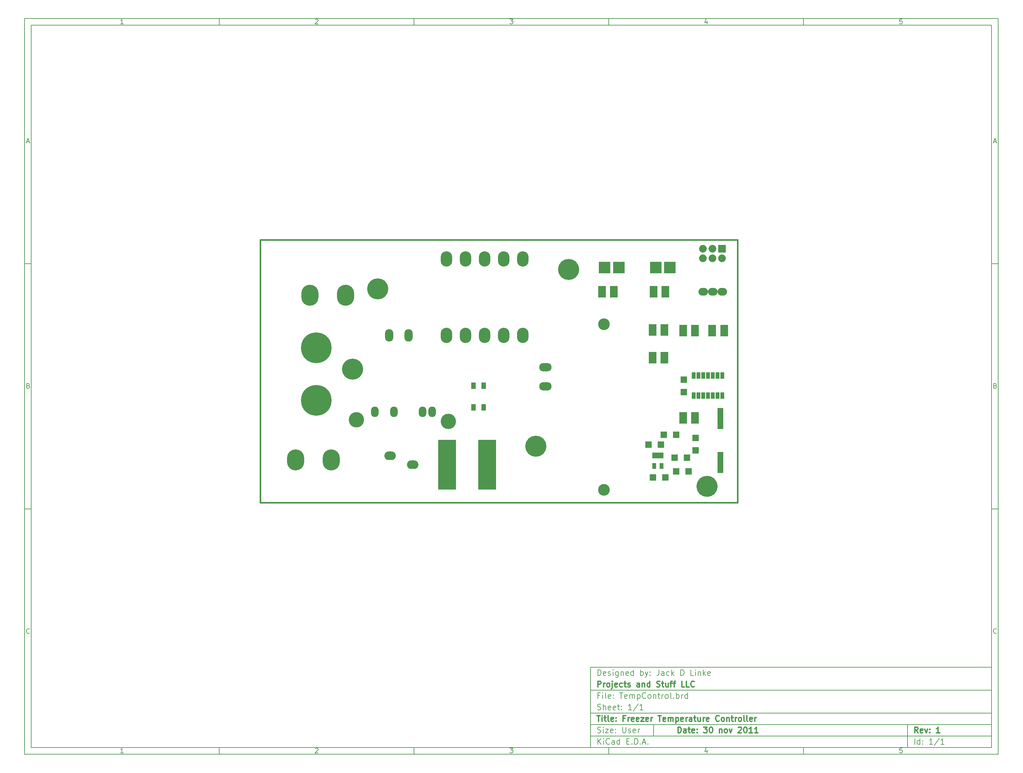
<source format=gts>
G04 (created by PCBNEW-RS274X (2011-07-08 BZR 3044)-stable) date 11/30/2011 10:21:35 PM*
G01*
G70*
G90*
%MOIN*%
G04 Gerber Fmt 3.4, Leading zero omitted, Abs format*
%FSLAX34Y34*%
G04 APERTURE LIST*
%ADD10C,0.006000*%
%ADD11C,0.012000*%
%ADD12C,0.015000*%
%ADD13C,0.220000*%
%ADD14R,0.040000X0.065000*%
%ADD15R,0.080000X0.080000*%
%ADD16C,0.080000*%
%ADD17R,0.043600X0.063300*%
%ADD18R,0.187300X0.520000*%
%ADD19C,0.122400*%
%ADD20R,0.069200X0.069200*%
%ADD21R,0.079100X0.118400*%
%ADD22O,0.120000X0.090000*%
%ADD23R,0.046000X0.070000*%
%ADD24O,0.120000X0.160000*%
%ADD25O,0.180000X0.220000*%
%ADD26O,0.086900X0.130200*%
%ADD27O,0.130200X0.086900*%
%ADD28R,0.059400X0.220000*%
%ADD29C,0.160000*%
%ADD30R,0.120000X0.120000*%
%ADD31O,0.080000X0.110000*%
%ADD32C,0.320000*%
%ADD33O,0.100000X0.080000*%
G04 APERTURE END LIST*
G54D10*
X04000Y-04000D02*
X106000Y-04000D01*
X106000Y-81000D01*
X04000Y-81000D01*
X04000Y-04000D01*
X04700Y-04700D02*
X105300Y-04700D01*
X105300Y-80300D01*
X04700Y-80300D01*
X04700Y-04700D01*
X24400Y-04000D02*
X24400Y-04700D01*
X14343Y-04552D02*
X14057Y-04552D01*
X14200Y-04552D02*
X14200Y-04052D01*
X14152Y-04124D01*
X14105Y-04171D01*
X14057Y-04195D01*
X24400Y-81000D02*
X24400Y-80300D01*
X14343Y-80852D02*
X14057Y-80852D01*
X14200Y-80852D02*
X14200Y-80352D01*
X14152Y-80424D01*
X14105Y-80471D01*
X14057Y-80495D01*
X44800Y-04000D02*
X44800Y-04700D01*
X34457Y-04100D02*
X34481Y-04076D01*
X34529Y-04052D01*
X34648Y-04052D01*
X34695Y-04076D01*
X34719Y-04100D01*
X34743Y-04148D01*
X34743Y-04195D01*
X34719Y-04267D01*
X34433Y-04552D01*
X34743Y-04552D01*
X44800Y-81000D02*
X44800Y-80300D01*
X34457Y-80400D02*
X34481Y-80376D01*
X34529Y-80352D01*
X34648Y-80352D01*
X34695Y-80376D01*
X34719Y-80400D01*
X34743Y-80448D01*
X34743Y-80495D01*
X34719Y-80567D01*
X34433Y-80852D01*
X34743Y-80852D01*
X65200Y-04000D02*
X65200Y-04700D01*
X54833Y-04052D02*
X55143Y-04052D01*
X54976Y-04243D01*
X55048Y-04243D01*
X55095Y-04267D01*
X55119Y-04290D01*
X55143Y-04338D01*
X55143Y-04457D01*
X55119Y-04505D01*
X55095Y-04529D01*
X55048Y-04552D01*
X54905Y-04552D01*
X54857Y-04529D01*
X54833Y-04505D01*
X65200Y-81000D02*
X65200Y-80300D01*
X54833Y-80352D02*
X55143Y-80352D01*
X54976Y-80543D01*
X55048Y-80543D01*
X55095Y-80567D01*
X55119Y-80590D01*
X55143Y-80638D01*
X55143Y-80757D01*
X55119Y-80805D01*
X55095Y-80829D01*
X55048Y-80852D01*
X54905Y-80852D01*
X54857Y-80829D01*
X54833Y-80805D01*
X85600Y-04000D02*
X85600Y-04700D01*
X75495Y-04219D02*
X75495Y-04552D01*
X75376Y-04029D02*
X75257Y-04386D01*
X75567Y-04386D01*
X85600Y-81000D02*
X85600Y-80300D01*
X75495Y-80519D02*
X75495Y-80852D01*
X75376Y-80329D02*
X75257Y-80686D01*
X75567Y-80686D01*
X95919Y-04052D02*
X95681Y-04052D01*
X95657Y-04290D01*
X95681Y-04267D01*
X95729Y-04243D01*
X95848Y-04243D01*
X95895Y-04267D01*
X95919Y-04290D01*
X95943Y-04338D01*
X95943Y-04457D01*
X95919Y-04505D01*
X95895Y-04529D01*
X95848Y-04552D01*
X95729Y-04552D01*
X95681Y-04529D01*
X95657Y-04505D01*
X95919Y-80352D02*
X95681Y-80352D01*
X95657Y-80590D01*
X95681Y-80567D01*
X95729Y-80543D01*
X95848Y-80543D01*
X95895Y-80567D01*
X95919Y-80590D01*
X95943Y-80638D01*
X95943Y-80757D01*
X95919Y-80805D01*
X95895Y-80829D01*
X95848Y-80852D01*
X95729Y-80852D01*
X95681Y-80829D01*
X95657Y-80805D01*
X04000Y-29660D02*
X04700Y-29660D01*
X04231Y-16890D02*
X04469Y-16890D01*
X04184Y-17032D02*
X04350Y-16532D01*
X04517Y-17032D01*
X106000Y-29660D02*
X105300Y-29660D01*
X105531Y-16890D02*
X105769Y-16890D01*
X105484Y-17032D02*
X105650Y-16532D01*
X105817Y-17032D01*
X04000Y-55320D02*
X04700Y-55320D01*
X04386Y-42430D02*
X04457Y-42454D01*
X04481Y-42478D01*
X04505Y-42526D01*
X04505Y-42597D01*
X04481Y-42645D01*
X04457Y-42669D01*
X04410Y-42692D01*
X04219Y-42692D01*
X04219Y-42192D01*
X04386Y-42192D01*
X04433Y-42216D01*
X04457Y-42240D01*
X04481Y-42288D01*
X04481Y-42335D01*
X04457Y-42383D01*
X04433Y-42407D01*
X04386Y-42430D01*
X04219Y-42430D01*
X106000Y-55320D02*
X105300Y-55320D01*
X105686Y-42430D02*
X105757Y-42454D01*
X105781Y-42478D01*
X105805Y-42526D01*
X105805Y-42597D01*
X105781Y-42645D01*
X105757Y-42669D01*
X105710Y-42692D01*
X105519Y-42692D01*
X105519Y-42192D01*
X105686Y-42192D01*
X105733Y-42216D01*
X105757Y-42240D01*
X105781Y-42288D01*
X105781Y-42335D01*
X105757Y-42383D01*
X105733Y-42407D01*
X105686Y-42430D01*
X105519Y-42430D01*
X04505Y-68305D02*
X04481Y-68329D01*
X04410Y-68352D01*
X04362Y-68352D01*
X04290Y-68329D01*
X04243Y-68281D01*
X04219Y-68233D01*
X04195Y-68138D01*
X04195Y-68067D01*
X04219Y-67971D01*
X04243Y-67924D01*
X04290Y-67876D01*
X04362Y-67852D01*
X04410Y-67852D01*
X04481Y-67876D01*
X04505Y-67900D01*
X105805Y-68305D02*
X105781Y-68329D01*
X105710Y-68352D01*
X105662Y-68352D01*
X105590Y-68329D01*
X105543Y-68281D01*
X105519Y-68233D01*
X105495Y-68138D01*
X105495Y-68067D01*
X105519Y-67971D01*
X105543Y-67924D01*
X105590Y-67876D01*
X105662Y-67852D01*
X105710Y-67852D01*
X105781Y-67876D01*
X105805Y-67900D01*
G54D11*
X72443Y-78743D02*
X72443Y-78143D01*
X72586Y-78143D01*
X72671Y-78171D01*
X72729Y-78229D01*
X72757Y-78286D01*
X72786Y-78400D01*
X72786Y-78486D01*
X72757Y-78600D01*
X72729Y-78657D01*
X72671Y-78714D01*
X72586Y-78743D01*
X72443Y-78743D01*
X73300Y-78743D02*
X73300Y-78429D01*
X73271Y-78371D01*
X73214Y-78343D01*
X73100Y-78343D01*
X73043Y-78371D01*
X73300Y-78714D02*
X73243Y-78743D01*
X73100Y-78743D01*
X73043Y-78714D01*
X73014Y-78657D01*
X73014Y-78600D01*
X73043Y-78543D01*
X73100Y-78514D01*
X73243Y-78514D01*
X73300Y-78486D01*
X73500Y-78343D02*
X73729Y-78343D01*
X73586Y-78143D02*
X73586Y-78657D01*
X73614Y-78714D01*
X73672Y-78743D01*
X73729Y-78743D01*
X74157Y-78714D02*
X74100Y-78743D01*
X73986Y-78743D01*
X73929Y-78714D01*
X73900Y-78657D01*
X73900Y-78429D01*
X73929Y-78371D01*
X73986Y-78343D01*
X74100Y-78343D01*
X74157Y-78371D01*
X74186Y-78429D01*
X74186Y-78486D01*
X73900Y-78543D01*
X74443Y-78686D02*
X74471Y-78714D01*
X74443Y-78743D01*
X74414Y-78714D01*
X74443Y-78686D01*
X74443Y-78743D01*
X74443Y-78371D02*
X74471Y-78400D01*
X74443Y-78429D01*
X74414Y-78400D01*
X74443Y-78371D01*
X74443Y-78429D01*
X75129Y-78143D02*
X75500Y-78143D01*
X75300Y-78371D01*
X75386Y-78371D01*
X75443Y-78400D01*
X75472Y-78429D01*
X75500Y-78486D01*
X75500Y-78629D01*
X75472Y-78686D01*
X75443Y-78714D01*
X75386Y-78743D01*
X75214Y-78743D01*
X75157Y-78714D01*
X75129Y-78686D01*
X75871Y-78143D02*
X75928Y-78143D01*
X75985Y-78171D01*
X76014Y-78200D01*
X76043Y-78257D01*
X76071Y-78371D01*
X76071Y-78514D01*
X76043Y-78629D01*
X76014Y-78686D01*
X75985Y-78714D01*
X75928Y-78743D01*
X75871Y-78743D01*
X75814Y-78714D01*
X75785Y-78686D01*
X75757Y-78629D01*
X75728Y-78514D01*
X75728Y-78371D01*
X75757Y-78257D01*
X75785Y-78200D01*
X75814Y-78171D01*
X75871Y-78143D01*
X76785Y-78343D02*
X76785Y-78743D01*
X76785Y-78400D02*
X76813Y-78371D01*
X76871Y-78343D01*
X76956Y-78343D01*
X77013Y-78371D01*
X77042Y-78429D01*
X77042Y-78743D01*
X77414Y-78743D02*
X77356Y-78714D01*
X77328Y-78686D01*
X77299Y-78629D01*
X77299Y-78457D01*
X77328Y-78400D01*
X77356Y-78371D01*
X77414Y-78343D01*
X77499Y-78343D01*
X77556Y-78371D01*
X77585Y-78400D01*
X77614Y-78457D01*
X77614Y-78629D01*
X77585Y-78686D01*
X77556Y-78714D01*
X77499Y-78743D01*
X77414Y-78743D01*
X77814Y-78343D02*
X77957Y-78743D01*
X78099Y-78343D01*
X78756Y-78200D02*
X78785Y-78171D01*
X78842Y-78143D01*
X78985Y-78143D01*
X79042Y-78171D01*
X79071Y-78200D01*
X79099Y-78257D01*
X79099Y-78314D01*
X79071Y-78400D01*
X78728Y-78743D01*
X79099Y-78743D01*
X79470Y-78143D02*
X79527Y-78143D01*
X79584Y-78171D01*
X79613Y-78200D01*
X79642Y-78257D01*
X79670Y-78371D01*
X79670Y-78514D01*
X79642Y-78629D01*
X79613Y-78686D01*
X79584Y-78714D01*
X79527Y-78743D01*
X79470Y-78743D01*
X79413Y-78714D01*
X79384Y-78686D01*
X79356Y-78629D01*
X79327Y-78514D01*
X79327Y-78371D01*
X79356Y-78257D01*
X79384Y-78200D01*
X79413Y-78171D01*
X79470Y-78143D01*
X80241Y-78743D02*
X79898Y-78743D01*
X80070Y-78743D02*
X80070Y-78143D01*
X80013Y-78229D01*
X79955Y-78286D01*
X79898Y-78314D01*
X80812Y-78743D02*
X80469Y-78743D01*
X80641Y-78743D02*
X80641Y-78143D01*
X80584Y-78229D01*
X80526Y-78286D01*
X80469Y-78314D01*
G54D10*
X64043Y-79943D02*
X64043Y-79343D01*
X64386Y-79943D02*
X64129Y-79600D01*
X64386Y-79343D02*
X64043Y-79686D01*
X64643Y-79943D02*
X64643Y-79543D01*
X64643Y-79343D02*
X64614Y-79371D01*
X64643Y-79400D01*
X64671Y-79371D01*
X64643Y-79343D01*
X64643Y-79400D01*
X65272Y-79886D02*
X65243Y-79914D01*
X65157Y-79943D01*
X65100Y-79943D01*
X65015Y-79914D01*
X64957Y-79857D01*
X64929Y-79800D01*
X64900Y-79686D01*
X64900Y-79600D01*
X64929Y-79486D01*
X64957Y-79429D01*
X65015Y-79371D01*
X65100Y-79343D01*
X65157Y-79343D01*
X65243Y-79371D01*
X65272Y-79400D01*
X65786Y-79943D02*
X65786Y-79629D01*
X65757Y-79571D01*
X65700Y-79543D01*
X65586Y-79543D01*
X65529Y-79571D01*
X65786Y-79914D02*
X65729Y-79943D01*
X65586Y-79943D01*
X65529Y-79914D01*
X65500Y-79857D01*
X65500Y-79800D01*
X65529Y-79743D01*
X65586Y-79714D01*
X65729Y-79714D01*
X65786Y-79686D01*
X66329Y-79943D02*
X66329Y-79343D01*
X66329Y-79914D02*
X66272Y-79943D01*
X66158Y-79943D01*
X66100Y-79914D01*
X66072Y-79886D01*
X66043Y-79829D01*
X66043Y-79657D01*
X66072Y-79600D01*
X66100Y-79571D01*
X66158Y-79543D01*
X66272Y-79543D01*
X66329Y-79571D01*
X67072Y-79629D02*
X67272Y-79629D01*
X67358Y-79943D02*
X67072Y-79943D01*
X67072Y-79343D01*
X67358Y-79343D01*
X67615Y-79886D02*
X67643Y-79914D01*
X67615Y-79943D01*
X67586Y-79914D01*
X67615Y-79886D01*
X67615Y-79943D01*
X67901Y-79943D02*
X67901Y-79343D01*
X68044Y-79343D01*
X68129Y-79371D01*
X68187Y-79429D01*
X68215Y-79486D01*
X68244Y-79600D01*
X68244Y-79686D01*
X68215Y-79800D01*
X68187Y-79857D01*
X68129Y-79914D01*
X68044Y-79943D01*
X67901Y-79943D01*
X68501Y-79886D02*
X68529Y-79914D01*
X68501Y-79943D01*
X68472Y-79914D01*
X68501Y-79886D01*
X68501Y-79943D01*
X68758Y-79771D02*
X69044Y-79771D01*
X68701Y-79943D02*
X68901Y-79343D01*
X69101Y-79943D01*
X69301Y-79886D02*
X69329Y-79914D01*
X69301Y-79943D01*
X69272Y-79914D01*
X69301Y-79886D01*
X69301Y-79943D01*
G54D11*
X97586Y-78743D02*
X97386Y-78457D01*
X97243Y-78743D02*
X97243Y-78143D01*
X97471Y-78143D01*
X97529Y-78171D01*
X97557Y-78200D01*
X97586Y-78257D01*
X97586Y-78343D01*
X97557Y-78400D01*
X97529Y-78429D01*
X97471Y-78457D01*
X97243Y-78457D01*
X98071Y-78714D02*
X98014Y-78743D01*
X97900Y-78743D01*
X97843Y-78714D01*
X97814Y-78657D01*
X97814Y-78429D01*
X97843Y-78371D01*
X97900Y-78343D01*
X98014Y-78343D01*
X98071Y-78371D01*
X98100Y-78429D01*
X98100Y-78486D01*
X97814Y-78543D01*
X98300Y-78343D02*
X98443Y-78743D01*
X98585Y-78343D01*
X98814Y-78686D02*
X98842Y-78714D01*
X98814Y-78743D01*
X98785Y-78714D01*
X98814Y-78686D01*
X98814Y-78743D01*
X98814Y-78371D02*
X98842Y-78400D01*
X98814Y-78429D01*
X98785Y-78400D01*
X98814Y-78371D01*
X98814Y-78429D01*
X99871Y-78743D02*
X99528Y-78743D01*
X99700Y-78743D02*
X99700Y-78143D01*
X99643Y-78229D01*
X99585Y-78286D01*
X99528Y-78314D01*
G54D10*
X64014Y-78714D02*
X64100Y-78743D01*
X64243Y-78743D01*
X64300Y-78714D01*
X64329Y-78686D01*
X64357Y-78629D01*
X64357Y-78571D01*
X64329Y-78514D01*
X64300Y-78486D01*
X64243Y-78457D01*
X64129Y-78429D01*
X64071Y-78400D01*
X64043Y-78371D01*
X64014Y-78314D01*
X64014Y-78257D01*
X64043Y-78200D01*
X64071Y-78171D01*
X64129Y-78143D01*
X64271Y-78143D01*
X64357Y-78171D01*
X64614Y-78743D02*
X64614Y-78343D01*
X64614Y-78143D02*
X64585Y-78171D01*
X64614Y-78200D01*
X64642Y-78171D01*
X64614Y-78143D01*
X64614Y-78200D01*
X64843Y-78343D02*
X65157Y-78343D01*
X64843Y-78743D01*
X65157Y-78743D01*
X65614Y-78714D02*
X65557Y-78743D01*
X65443Y-78743D01*
X65386Y-78714D01*
X65357Y-78657D01*
X65357Y-78429D01*
X65386Y-78371D01*
X65443Y-78343D01*
X65557Y-78343D01*
X65614Y-78371D01*
X65643Y-78429D01*
X65643Y-78486D01*
X65357Y-78543D01*
X65900Y-78686D02*
X65928Y-78714D01*
X65900Y-78743D01*
X65871Y-78714D01*
X65900Y-78686D01*
X65900Y-78743D01*
X65900Y-78371D02*
X65928Y-78400D01*
X65900Y-78429D01*
X65871Y-78400D01*
X65900Y-78371D01*
X65900Y-78429D01*
X66643Y-78143D02*
X66643Y-78629D01*
X66671Y-78686D01*
X66700Y-78714D01*
X66757Y-78743D01*
X66871Y-78743D01*
X66929Y-78714D01*
X66957Y-78686D01*
X66986Y-78629D01*
X66986Y-78143D01*
X67243Y-78714D02*
X67300Y-78743D01*
X67415Y-78743D01*
X67472Y-78714D01*
X67500Y-78657D01*
X67500Y-78629D01*
X67472Y-78571D01*
X67415Y-78543D01*
X67329Y-78543D01*
X67272Y-78514D01*
X67243Y-78457D01*
X67243Y-78429D01*
X67272Y-78371D01*
X67329Y-78343D01*
X67415Y-78343D01*
X67472Y-78371D01*
X67986Y-78714D02*
X67929Y-78743D01*
X67815Y-78743D01*
X67758Y-78714D01*
X67729Y-78657D01*
X67729Y-78429D01*
X67758Y-78371D01*
X67815Y-78343D01*
X67929Y-78343D01*
X67986Y-78371D01*
X68015Y-78429D01*
X68015Y-78486D01*
X67729Y-78543D01*
X68272Y-78743D02*
X68272Y-78343D01*
X68272Y-78457D02*
X68300Y-78400D01*
X68329Y-78371D01*
X68386Y-78343D01*
X68443Y-78343D01*
X97243Y-79943D02*
X97243Y-79343D01*
X97786Y-79943D02*
X97786Y-79343D01*
X97786Y-79914D02*
X97729Y-79943D01*
X97615Y-79943D01*
X97557Y-79914D01*
X97529Y-79886D01*
X97500Y-79829D01*
X97500Y-79657D01*
X97529Y-79600D01*
X97557Y-79571D01*
X97615Y-79543D01*
X97729Y-79543D01*
X97786Y-79571D01*
X98072Y-79886D02*
X98100Y-79914D01*
X98072Y-79943D01*
X98043Y-79914D01*
X98072Y-79886D01*
X98072Y-79943D01*
X98072Y-79571D02*
X98100Y-79600D01*
X98072Y-79629D01*
X98043Y-79600D01*
X98072Y-79571D01*
X98072Y-79629D01*
X99129Y-79943D02*
X98786Y-79943D01*
X98958Y-79943D02*
X98958Y-79343D01*
X98901Y-79429D01*
X98843Y-79486D01*
X98786Y-79514D01*
X99814Y-79314D02*
X99300Y-80086D01*
X100329Y-79943D02*
X99986Y-79943D01*
X100158Y-79943D02*
X100158Y-79343D01*
X100101Y-79429D01*
X100043Y-79486D01*
X99986Y-79514D01*
G54D11*
X63957Y-76943D02*
X64300Y-76943D01*
X64129Y-77543D02*
X64129Y-76943D01*
X64500Y-77543D02*
X64500Y-77143D01*
X64500Y-76943D02*
X64471Y-76971D01*
X64500Y-77000D01*
X64528Y-76971D01*
X64500Y-76943D01*
X64500Y-77000D01*
X64700Y-77143D02*
X64929Y-77143D01*
X64786Y-76943D02*
X64786Y-77457D01*
X64814Y-77514D01*
X64872Y-77543D01*
X64929Y-77543D01*
X65215Y-77543D02*
X65157Y-77514D01*
X65129Y-77457D01*
X65129Y-76943D01*
X65671Y-77514D02*
X65614Y-77543D01*
X65500Y-77543D01*
X65443Y-77514D01*
X65414Y-77457D01*
X65414Y-77229D01*
X65443Y-77171D01*
X65500Y-77143D01*
X65614Y-77143D01*
X65671Y-77171D01*
X65700Y-77229D01*
X65700Y-77286D01*
X65414Y-77343D01*
X65957Y-77486D02*
X65985Y-77514D01*
X65957Y-77543D01*
X65928Y-77514D01*
X65957Y-77486D01*
X65957Y-77543D01*
X65957Y-77171D02*
X65985Y-77200D01*
X65957Y-77229D01*
X65928Y-77200D01*
X65957Y-77171D01*
X65957Y-77229D01*
X66900Y-77229D02*
X66700Y-77229D01*
X66700Y-77543D02*
X66700Y-76943D01*
X66986Y-76943D01*
X67214Y-77543D02*
X67214Y-77143D01*
X67214Y-77257D02*
X67242Y-77200D01*
X67271Y-77171D01*
X67328Y-77143D01*
X67385Y-77143D01*
X67813Y-77514D02*
X67756Y-77543D01*
X67642Y-77543D01*
X67585Y-77514D01*
X67556Y-77457D01*
X67556Y-77229D01*
X67585Y-77171D01*
X67642Y-77143D01*
X67756Y-77143D01*
X67813Y-77171D01*
X67842Y-77229D01*
X67842Y-77286D01*
X67556Y-77343D01*
X68327Y-77514D02*
X68270Y-77543D01*
X68156Y-77543D01*
X68099Y-77514D01*
X68070Y-77457D01*
X68070Y-77229D01*
X68099Y-77171D01*
X68156Y-77143D01*
X68270Y-77143D01*
X68327Y-77171D01*
X68356Y-77229D01*
X68356Y-77286D01*
X68070Y-77343D01*
X68556Y-77143D02*
X68870Y-77143D01*
X68556Y-77543D01*
X68870Y-77543D01*
X69327Y-77514D02*
X69270Y-77543D01*
X69156Y-77543D01*
X69099Y-77514D01*
X69070Y-77457D01*
X69070Y-77229D01*
X69099Y-77171D01*
X69156Y-77143D01*
X69270Y-77143D01*
X69327Y-77171D01*
X69356Y-77229D01*
X69356Y-77286D01*
X69070Y-77343D01*
X69613Y-77543D02*
X69613Y-77143D01*
X69613Y-77257D02*
X69641Y-77200D01*
X69670Y-77171D01*
X69727Y-77143D01*
X69784Y-77143D01*
X70355Y-76943D02*
X70698Y-76943D01*
X70527Y-77543D02*
X70527Y-76943D01*
X71126Y-77514D02*
X71069Y-77543D01*
X70955Y-77543D01*
X70898Y-77514D01*
X70869Y-77457D01*
X70869Y-77229D01*
X70898Y-77171D01*
X70955Y-77143D01*
X71069Y-77143D01*
X71126Y-77171D01*
X71155Y-77229D01*
X71155Y-77286D01*
X70869Y-77343D01*
X71412Y-77543D02*
X71412Y-77143D01*
X71412Y-77200D02*
X71440Y-77171D01*
X71498Y-77143D01*
X71583Y-77143D01*
X71640Y-77171D01*
X71669Y-77229D01*
X71669Y-77543D01*
X71669Y-77229D02*
X71698Y-77171D01*
X71755Y-77143D01*
X71840Y-77143D01*
X71898Y-77171D01*
X71926Y-77229D01*
X71926Y-77543D01*
X72212Y-77143D02*
X72212Y-77743D01*
X72212Y-77171D02*
X72269Y-77143D01*
X72383Y-77143D01*
X72440Y-77171D01*
X72469Y-77200D01*
X72498Y-77257D01*
X72498Y-77429D01*
X72469Y-77486D01*
X72440Y-77514D01*
X72383Y-77543D01*
X72269Y-77543D01*
X72212Y-77514D01*
X72983Y-77514D02*
X72926Y-77543D01*
X72812Y-77543D01*
X72755Y-77514D01*
X72726Y-77457D01*
X72726Y-77229D01*
X72755Y-77171D01*
X72812Y-77143D01*
X72926Y-77143D01*
X72983Y-77171D01*
X73012Y-77229D01*
X73012Y-77286D01*
X72726Y-77343D01*
X73269Y-77543D02*
X73269Y-77143D01*
X73269Y-77257D02*
X73297Y-77200D01*
X73326Y-77171D01*
X73383Y-77143D01*
X73440Y-77143D01*
X73897Y-77543D02*
X73897Y-77229D01*
X73868Y-77171D01*
X73811Y-77143D01*
X73697Y-77143D01*
X73640Y-77171D01*
X73897Y-77514D02*
X73840Y-77543D01*
X73697Y-77543D01*
X73640Y-77514D01*
X73611Y-77457D01*
X73611Y-77400D01*
X73640Y-77343D01*
X73697Y-77314D01*
X73840Y-77314D01*
X73897Y-77286D01*
X74097Y-77143D02*
X74326Y-77143D01*
X74183Y-76943D02*
X74183Y-77457D01*
X74211Y-77514D01*
X74269Y-77543D01*
X74326Y-77543D01*
X74783Y-77143D02*
X74783Y-77543D01*
X74526Y-77143D02*
X74526Y-77457D01*
X74554Y-77514D01*
X74612Y-77543D01*
X74697Y-77543D01*
X74754Y-77514D01*
X74783Y-77486D01*
X75069Y-77543D02*
X75069Y-77143D01*
X75069Y-77257D02*
X75097Y-77200D01*
X75126Y-77171D01*
X75183Y-77143D01*
X75240Y-77143D01*
X75668Y-77514D02*
X75611Y-77543D01*
X75497Y-77543D01*
X75440Y-77514D01*
X75411Y-77457D01*
X75411Y-77229D01*
X75440Y-77171D01*
X75497Y-77143D01*
X75611Y-77143D01*
X75668Y-77171D01*
X75697Y-77229D01*
X75697Y-77286D01*
X75411Y-77343D01*
X76754Y-77486D02*
X76725Y-77514D01*
X76639Y-77543D01*
X76582Y-77543D01*
X76497Y-77514D01*
X76439Y-77457D01*
X76411Y-77400D01*
X76382Y-77286D01*
X76382Y-77200D01*
X76411Y-77086D01*
X76439Y-77029D01*
X76497Y-76971D01*
X76582Y-76943D01*
X76639Y-76943D01*
X76725Y-76971D01*
X76754Y-77000D01*
X77097Y-77543D02*
X77039Y-77514D01*
X77011Y-77486D01*
X76982Y-77429D01*
X76982Y-77257D01*
X77011Y-77200D01*
X77039Y-77171D01*
X77097Y-77143D01*
X77182Y-77143D01*
X77239Y-77171D01*
X77268Y-77200D01*
X77297Y-77257D01*
X77297Y-77429D01*
X77268Y-77486D01*
X77239Y-77514D01*
X77182Y-77543D01*
X77097Y-77543D01*
X77554Y-77143D02*
X77554Y-77543D01*
X77554Y-77200D02*
X77582Y-77171D01*
X77640Y-77143D01*
X77725Y-77143D01*
X77782Y-77171D01*
X77811Y-77229D01*
X77811Y-77543D01*
X78011Y-77143D02*
X78240Y-77143D01*
X78097Y-76943D02*
X78097Y-77457D01*
X78125Y-77514D01*
X78183Y-77543D01*
X78240Y-77543D01*
X78440Y-77543D02*
X78440Y-77143D01*
X78440Y-77257D02*
X78468Y-77200D01*
X78497Y-77171D01*
X78554Y-77143D01*
X78611Y-77143D01*
X78897Y-77543D02*
X78839Y-77514D01*
X78811Y-77486D01*
X78782Y-77429D01*
X78782Y-77257D01*
X78811Y-77200D01*
X78839Y-77171D01*
X78897Y-77143D01*
X78982Y-77143D01*
X79039Y-77171D01*
X79068Y-77200D01*
X79097Y-77257D01*
X79097Y-77429D01*
X79068Y-77486D01*
X79039Y-77514D01*
X78982Y-77543D01*
X78897Y-77543D01*
X79440Y-77543D02*
X79382Y-77514D01*
X79354Y-77457D01*
X79354Y-76943D01*
X79754Y-77543D02*
X79696Y-77514D01*
X79668Y-77457D01*
X79668Y-76943D01*
X80210Y-77514D02*
X80153Y-77543D01*
X80039Y-77543D01*
X79982Y-77514D01*
X79953Y-77457D01*
X79953Y-77229D01*
X79982Y-77171D01*
X80039Y-77143D01*
X80153Y-77143D01*
X80210Y-77171D01*
X80239Y-77229D01*
X80239Y-77286D01*
X79953Y-77343D01*
X80496Y-77543D02*
X80496Y-77143D01*
X80496Y-77257D02*
X80524Y-77200D01*
X80553Y-77171D01*
X80610Y-77143D01*
X80667Y-77143D01*
G54D10*
X64243Y-74829D02*
X64043Y-74829D01*
X64043Y-75143D02*
X64043Y-74543D01*
X64329Y-74543D01*
X64557Y-75143D02*
X64557Y-74743D01*
X64557Y-74543D02*
X64528Y-74571D01*
X64557Y-74600D01*
X64585Y-74571D01*
X64557Y-74543D01*
X64557Y-74600D01*
X64929Y-75143D02*
X64871Y-75114D01*
X64843Y-75057D01*
X64843Y-74543D01*
X65385Y-75114D02*
X65328Y-75143D01*
X65214Y-75143D01*
X65157Y-75114D01*
X65128Y-75057D01*
X65128Y-74829D01*
X65157Y-74771D01*
X65214Y-74743D01*
X65328Y-74743D01*
X65385Y-74771D01*
X65414Y-74829D01*
X65414Y-74886D01*
X65128Y-74943D01*
X65671Y-75086D02*
X65699Y-75114D01*
X65671Y-75143D01*
X65642Y-75114D01*
X65671Y-75086D01*
X65671Y-75143D01*
X65671Y-74771D02*
X65699Y-74800D01*
X65671Y-74829D01*
X65642Y-74800D01*
X65671Y-74771D01*
X65671Y-74829D01*
X66328Y-74543D02*
X66671Y-74543D01*
X66500Y-75143D02*
X66500Y-74543D01*
X67099Y-75114D02*
X67042Y-75143D01*
X66928Y-75143D01*
X66871Y-75114D01*
X66842Y-75057D01*
X66842Y-74829D01*
X66871Y-74771D01*
X66928Y-74743D01*
X67042Y-74743D01*
X67099Y-74771D01*
X67128Y-74829D01*
X67128Y-74886D01*
X66842Y-74943D01*
X67385Y-75143D02*
X67385Y-74743D01*
X67385Y-74800D02*
X67413Y-74771D01*
X67471Y-74743D01*
X67556Y-74743D01*
X67613Y-74771D01*
X67642Y-74829D01*
X67642Y-75143D01*
X67642Y-74829D02*
X67671Y-74771D01*
X67728Y-74743D01*
X67813Y-74743D01*
X67871Y-74771D01*
X67899Y-74829D01*
X67899Y-75143D01*
X68185Y-74743D02*
X68185Y-75343D01*
X68185Y-74771D02*
X68242Y-74743D01*
X68356Y-74743D01*
X68413Y-74771D01*
X68442Y-74800D01*
X68471Y-74857D01*
X68471Y-75029D01*
X68442Y-75086D01*
X68413Y-75114D01*
X68356Y-75143D01*
X68242Y-75143D01*
X68185Y-75114D01*
X69071Y-75086D02*
X69042Y-75114D01*
X68956Y-75143D01*
X68899Y-75143D01*
X68814Y-75114D01*
X68756Y-75057D01*
X68728Y-75000D01*
X68699Y-74886D01*
X68699Y-74800D01*
X68728Y-74686D01*
X68756Y-74629D01*
X68814Y-74571D01*
X68899Y-74543D01*
X68956Y-74543D01*
X69042Y-74571D01*
X69071Y-74600D01*
X69414Y-75143D02*
X69356Y-75114D01*
X69328Y-75086D01*
X69299Y-75029D01*
X69299Y-74857D01*
X69328Y-74800D01*
X69356Y-74771D01*
X69414Y-74743D01*
X69499Y-74743D01*
X69556Y-74771D01*
X69585Y-74800D01*
X69614Y-74857D01*
X69614Y-75029D01*
X69585Y-75086D01*
X69556Y-75114D01*
X69499Y-75143D01*
X69414Y-75143D01*
X69871Y-74743D02*
X69871Y-75143D01*
X69871Y-74800D02*
X69899Y-74771D01*
X69957Y-74743D01*
X70042Y-74743D01*
X70099Y-74771D01*
X70128Y-74829D01*
X70128Y-75143D01*
X70328Y-74743D02*
X70557Y-74743D01*
X70414Y-74543D02*
X70414Y-75057D01*
X70442Y-75114D01*
X70500Y-75143D01*
X70557Y-75143D01*
X70757Y-75143D02*
X70757Y-74743D01*
X70757Y-74857D02*
X70785Y-74800D01*
X70814Y-74771D01*
X70871Y-74743D01*
X70928Y-74743D01*
X71214Y-75143D02*
X71156Y-75114D01*
X71128Y-75086D01*
X71099Y-75029D01*
X71099Y-74857D01*
X71128Y-74800D01*
X71156Y-74771D01*
X71214Y-74743D01*
X71299Y-74743D01*
X71356Y-74771D01*
X71385Y-74800D01*
X71414Y-74857D01*
X71414Y-75029D01*
X71385Y-75086D01*
X71356Y-75114D01*
X71299Y-75143D01*
X71214Y-75143D01*
X71757Y-75143D02*
X71699Y-75114D01*
X71671Y-75057D01*
X71671Y-74543D01*
X71985Y-75086D02*
X72013Y-75114D01*
X71985Y-75143D01*
X71956Y-75114D01*
X71985Y-75086D01*
X71985Y-75143D01*
X72271Y-75143D02*
X72271Y-74543D01*
X72271Y-74771D02*
X72328Y-74743D01*
X72442Y-74743D01*
X72499Y-74771D01*
X72528Y-74800D01*
X72557Y-74857D01*
X72557Y-75029D01*
X72528Y-75086D01*
X72499Y-75114D01*
X72442Y-75143D01*
X72328Y-75143D01*
X72271Y-75114D01*
X72814Y-75143D02*
X72814Y-74743D01*
X72814Y-74857D02*
X72842Y-74800D01*
X72871Y-74771D01*
X72928Y-74743D01*
X72985Y-74743D01*
X73442Y-75143D02*
X73442Y-74543D01*
X73442Y-75114D02*
X73385Y-75143D01*
X73271Y-75143D01*
X73213Y-75114D01*
X73185Y-75086D01*
X73156Y-75029D01*
X73156Y-74857D01*
X73185Y-74800D01*
X73213Y-74771D01*
X73271Y-74743D01*
X73385Y-74743D01*
X73442Y-74771D01*
X64014Y-76314D02*
X64100Y-76343D01*
X64243Y-76343D01*
X64300Y-76314D01*
X64329Y-76286D01*
X64357Y-76229D01*
X64357Y-76171D01*
X64329Y-76114D01*
X64300Y-76086D01*
X64243Y-76057D01*
X64129Y-76029D01*
X64071Y-76000D01*
X64043Y-75971D01*
X64014Y-75914D01*
X64014Y-75857D01*
X64043Y-75800D01*
X64071Y-75771D01*
X64129Y-75743D01*
X64271Y-75743D01*
X64357Y-75771D01*
X64614Y-76343D02*
X64614Y-75743D01*
X64871Y-76343D02*
X64871Y-76029D01*
X64842Y-75971D01*
X64785Y-75943D01*
X64700Y-75943D01*
X64642Y-75971D01*
X64614Y-76000D01*
X65385Y-76314D02*
X65328Y-76343D01*
X65214Y-76343D01*
X65157Y-76314D01*
X65128Y-76257D01*
X65128Y-76029D01*
X65157Y-75971D01*
X65214Y-75943D01*
X65328Y-75943D01*
X65385Y-75971D01*
X65414Y-76029D01*
X65414Y-76086D01*
X65128Y-76143D01*
X65899Y-76314D02*
X65842Y-76343D01*
X65728Y-76343D01*
X65671Y-76314D01*
X65642Y-76257D01*
X65642Y-76029D01*
X65671Y-75971D01*
X65728Y-75943D01*
X65842Y-75943D01*
X65899Y-75971D01*
X65928Y-76029D01*
X65928Y-76086D01*
X65642Y-76143D01*
X66099Y-75943D02*
X66328Y-75943D01*
X66185Y-75743D02*
X66185Y-76257D01*
X66213Y-76314D01*
X66271Y-76343D01*
X66328Y-76343D01*
X66528Y-76286D02*
X66556Y-76314D01*
X66528Y-76343D01*
X66499Y-76314D01*
X66528Y-76286D01*
X66528Y-76343D01*
X66528Y-75971D02*
X66556Y-76000D01*
X66528Y-76029D01*
X66499Y-76000D01*
X66528Y-75971D01*
X66528Y-76029D01*
X67585Y-76343D02*
X67242Y-76343D01*
X67414Y-76343D02*
X67414Y-75743D01*
X67357Y-75829D01*
X67299Y-75886D01*
X67242Y-75914D01*
X68270Y-75714D02*
X67756Y-76486D01*
X68785Y-76343D02*
X68442Y-76343D01*
X68614Y-76343D02*
X68614Y-75743D01*
X68557Y-75829D01*
X68499Y-75886D01*
X68442Y-75914D01*
G54D11*
X64043Y-73943D02*
X64043Y-73343D01*
X64271Y-73343D01*
X64329Y-73371D01*
X64357Y-73400D01*
X64386Y-73457D01*
X64386Y-73543D01*
X64357Y-73600D01*
X64329Y-73629D01*
X64271Y-73657D01*
X64043Y-73657D01*
X64643Y-73943D02*
X64643Y-73543D01*
X64643Y-73657D02*
X64671Y-73600D01*
X64700Y-73571D01*
X64757Y-73543D01*
X64814Y-73543D01*
X65100Y-73943D02*
X65042Y-73914D01*
X65014Y-73886D01*
X64985Y-73829D01*
X64985Y-73657D01*
X65014Y-73600D01*
X65042Y-73571D01*
X65100Y-73543D01*
X65185Y-73543D01*
X65242Y-73571D01*
X65271Y-73600D01*
X65300Y-73657D01*
X65300Y-73829D01*
X65271Y-73886D01*
X65242Y-73914D01*
X65185Y-73943D01*
X65100Y-73943D01*
X65557Y-73543D02*
X65557Y-74057D01*
X65528Y-74114D01*
X65471Y-74143D01*
X65443Y-74143D01*
X65557Y-73343D02*
X65528Y-73371D01*
X65557Y-73400D01*
X65585Y-73371D01*
X65557Y-73343D01*
X65557Y-73400D01*
X66071Y-73914D02*
X66014Y-73943D01*
X65900Y-73943D01*
X65843Y-73914D01*
X65814Y-73857D01*
X65814Y-73629D01*
X65843Y-73571D01*
X65900Y-73543D01*
X66014Y-73543D01*
X66071Y-73571D01*
X66100Y-73629D01*
X66100Y-73686D01*
X65814Y-73743D01*
X66614Y-73914D02*
X66557Y-73943D01*
X66443Y-73943D01*
X66385Y-73914D01*
X66357Y-73886D01*
X66328Y-73829D01*
X66328Y-73657D01*
X66357Y-73600D01*
X66385Y-73571D01*
X66443Y-73543D01*
X66557Y-73543D01*
X66614Y-73571D01*
X66785Y-73543D02*
X67014Y-73543D01*
X66871Y-73343D02*
X66871Y-73857D01*
X66899Y-73914D01*
X66957Y-73943D01*
X67014Y-73943D01*
X67185Y-73914D02*
X67242Y-73943D01*
X67357Y-73943D01*
X67414Y-73914D01*
X67442Y-73857D01*
X67442Y-73829D01*
X67414Y-73771D01*
X67357Y-73743D01*
X67271Y-73743D01*
X67214Y-73714D01*
X67185Y-73657D01*
X67185Y-73629D01*
X67214Y-73571D01*
X67271Y-73543D01*
X67357Y-73543D01*
X67414Y-73571D01*
X68414Y-73943D02*
X68414Y-73629D01*
X68385Y-73571D01*
X68328Y-73543D01*
X68214Y-73543D01*
X68157Y-73571D01*
X68414Y-73914D02*
X68357Y-73943D01*
X68214Y-73943D01*
X68157Y-73914D01*
X68128Y-73857D01*
X68128Y-73800D01*
X68157Y-73743D01*
X68214Y-73714D01*
X68357Y-73714D01*
X68414Y-73686D01*
X68700Y-73543D02*
X68700Y-73943D01*
X68700Y-73600D02*
X68728Y-73571D01*
X68786Y-73543D01*
X68871Y-73543D01*
X68928Y-73571D01*
X68957Y-73629D01*
X68957Y-73943D01*
X69500Y-73943D02*
X69500Y-73343D01*
X69500Y-73914D02*
X69443Y-73943D01*
X69329Y-73943D01*
X69271Y-73914D01*
X69243Y-73886D01*
X69214Y-73829D01*
X69214Y-73657D01*
X69243Y-73600D01*
X69271Y-73571D01*
X69329Y-73543D01*
X69443Y-73543D01*
X69500Y-73571D01*
X70214Y-73914D02*
X70300Y-73943D01*
X70443Y-73943D01*
X70500Y-73914D01*
X70529Y-73886D01*
X70557Y-73829D01*
X70557Y-73771D01*
X70529Y-73714D01*
X70500Y-73686D01*
X70443Y-73657D01*
X70329Y-73629D01*
X70271Y-73600D01*
X70243Y-73571D01*
X70214Y-73514D01*
X70214Y-73457D01*
X70243Y-73400D01*
X70271Y-73371D01*
X70329Y-73343D01*
X70471Y-73343D01*
X70557Y-73371D01*
X70728Y-73543D02*
X70957Y-73543D01*
X70814Y-73343D02*
X70814Y-73857D01*
X70842Y-73914D01*
X70900Y-73943D01*
X70957Y-73943D01*
X71414Y-73543D02*
X71414Y-73943D01*
X71157Y-73543D02*
X71157Y-73857D01*
X71185Y-73914D01*
X71243Y-73943D01*
X71328Y-73943D01*
X71385Y-73914D01*
X71414Y-73886D01*
X71614Y-73543D02*
X71843Y-73543D01*
X71700Y-73943D02*
X71700Y-73429D01*
X71728Y-73371D01*
X71786Y-73343D01*
X71843Y-73343D01*
X71957Y-73543D02*
X72186Y-73543D01*
X72043Y-73943D02*
X72043Y-73429D01*
X72071Y-73371D01*
X72129Y-73343D01*
X72186Y-73343D01*
X73129Y-73943D02*
X72843Y-73943D01*
X72843Y-73343D01*
X73615Y-73943D02*
X73329Y-73943D01*
X73329Y-73343D01*
X74158Y-73886D02*
X74129Y-73914D01*
X74043Y-73943D01*
X73986Y-73943D01*
X73901Y-73914D01*
X73843Y-73857D01*
X73815Y-73800D01*
X73786Y-73686D01*
X73786Y-73600D01*
X73815Y-73486D01*
X73843Y-73429D01*
X73901Y-73371D01*
X73986Y-73343D01*
X74043Y-73343D01*
X74129Y-73371D01*
X74158Y-73400D01*
G54D10*
X64043Y-72743D02*
X64043Y-72143D01*
X64186Y-72143D01*
X64271Y-72171D01*
X64329Y-72229D01*
X64357Y-72286D01*
X64386Y-72400D01*
X64386Y-72486D01*
X64357Y-72600D01*
X64329Y-72657D01*
X64271Y-72714D01*
X64186Y-72743D01*
X64043Y-72743D01*
X64871Y-72714D02*
X64814Y-72743D01*
X64700Y-72743D01*
X64643Y-72714D01*
X64614Y-72657D01*
X64614Y-72429D01*
X64643Y-72371D01*
X64700Y-72343D01*
X64814Y-72343D01*
X64871Y-72371D01*
X64900Y-72429D01*
X64900Y-72486D01*
X64614Y-72543D01*
X65128Y-72714D02*
X65185Y-72743D01*
X65300Y-72743D01*
X65357Y-72714D01*
X65385Y-72657D01*
X65385Y-72629D01*
X65357Y-72571D01*
X65300Y-72543D01*
X65214Y-72543D01*
X65157Y-72514D01*
X65128Y-72457D01*
X65128Y-72429D01*
X65157Y-72371D01*
X65214Y-72343D01*
X65300Y-72343D01*
X65357Y-72371D01*
X65643Y-72743D02*
X65643Y-72343D01*
X65643Y-72143D02*
X65614Y-72171D01*
X65643Y-72200D01*
X65671Y-72171D01*
X65643Y-72143D01*
X65643Y-72200D01*
X66186Y-72343D02*
X66186Y-72829D01*
X66157Y-72886D01*
X66129Y-72914D01*
X66072Y-72943D01*
X65986Y-72943D01*
X65929Y-72914D01*
X66186Y-72714D02*
X66129Y-72743D01*
X66015Y-72743D01*
X65957Y-72714D01*
X65929Y-72686D01*
X65900Y-72629D01*
X65900Y-72457D01*
X65929Y-72400D01*
X65957Y-72371D01*
X66015Y-72343D01*
X66129Y-72343D01*
X66186Y-72371D01*
X66472Y-72343D02*
X66472Y-72743D01*
X66472Y-72400D02*
X66500Y-72371D01*
X66558Y-72343D01*
X66643Y-72343D01*
X66700Y-72371D01*
X66729Y-72429D01*
X66729Y-72743D01*
X67243Y-72714D02*
X67186Y-72743D01*
X67072Y-72743D01*
X67015Y-72714D01*
X66986Y-72657D01*
X66986Y-72429D01*
X67015Y-72371D01*
X67072Y-72343D01*
X67186Y-72343D01*
X67243Y-72371D01*
X67272Y-72429D01*
X67272Y-72486D01*
X66986Y-72543D01*
X67786Y-72743D02*
X67786Y-72143D01*
X67786Y-72714D02*
X67729Y-72743D01*
X67615Y-72743D01*
X67557Y-72714D01*
X67529Y-72686D01*
X67500Y-72629D01*
X67500Y-72457D01*
X67529Y-72400D01*
X67557Y-72371D01*
X67615Y-72343D01*
X67729Y-72343D01*
X67786Y-72371D01*
X68529Y-72743D02*
X68529Y-72143D01*
X68529Y-72371D02*
X68586Y-72343D01*
X68700Y-72343D01*
X68757Y-72371D01*
X68786Y-72400D01*
X68815Y-72457D01*
X68815Y-72629D01*
X68786Y-72686D01*
X68757Y-72714D01*
X68700Y-72743D01*
X68586Y-72743D01*
X68529Y-72714D01*
X69015Y-72343D02*
X69158Y-72743D01*
X69300Y-72343D02*
X69158Y-72743D01*
X69100Y-72886D01*
X69072Y-72914D01*
X69015Y-72943D01*
X69529Y-72686D02*
X69557Y-72714D01*
X69529Y-72743D01*
X69500Y-72714D01*
X69529Y-72686D01*
X69529Y-72743D01*
X69529Y-72371D02*
X69557Y-72400D01*
X69529Y-72429D01*
X69500Y-72400D01*
X69529Y-72371D01*
X69529Y-72429D01*
X70443Y-72143D02*
X70443Y-72571D01*
X70415Y-72657D01*
X70358Y-72714D01*
X70272Y-72743D01*
X70215Y-72743D01*
X70986Y-72743D02*
X70986Y-72429D01*
X70957Y-72371D01*
X70900Y-72343D01*
X70786Y-72343D01*
X70729Y-72371D01*
X70986Y-72714D02*
X70929Y-72743D01*
X70786Y-72743D01*
X70729Y-72714D01*
X70700Y-72657D01*
X70700Y-72600D01*
X70729Y-72543D01*
X70786Y-72514D01*
X70929Y-72514D01*
X70986Y-72486D01*
X71529Y-72714D02*
X71472Y-72743D01*
X71358Y-72743D01*
X71300Y-72714D01*
X71272Y-72686D01*
X71243Y-72629D01*
X71243Y-72457D01*
X71272Y-72400D01*
X71300Y-72371D01*
X71358Y-72343D01*
X71472Y-72343D01*
X71529Y-72371D01*
X71786Y-72743D02*
X71786Y-72143D01*
X71843Y-72514D02*
X72014Y-72743D01*
X72014Y-72343D02*
X71786Y-72571D01*
X72729Y-72743D02*
X72729Y-72143D01*
X72872Y-72143D01*
X72957Y-72171D01*
X73015Y-72229D01*
X73043Y-72286D01*
X73072Y-72400D01*
X73072Y-72486D01*
X73043Y-72600D01*
X73015Y-72657D01*
X72957Y-72714D01*
X72872Y-72743D01*
X72729Y-72743D01*
X74072Y-72743D02*
X73786Y-72743D01*
X73786Y-72143D01*
X74272Y-72743D02*
X74272Y-72343D01*
X74272Y-72143D02*
X74243Y-72171D01*
X74272Y-72200D01*
X74300Y-72171D01*
X74272Y-72143D01*
X74272Y-72200D01*
X74558Y-72343D02*
X74558Y-72743D01*
X74558Y-72400D02*
X74586Y-72371D01*
X74644Y-72343D01*
X74729Y-72343D01*
X74786Y-72371D01*
X74815Y-72429D01*
X74815Y-72743D01*
X75101Y-72743D02*
X75101Y-72143D01*
X75158Y-72514D02*
X75329Y-72743D01*
X75329Y-72343D02*
X75101Y-72571D01*
X75815Y-72714D02*
X75758Y-72743D01*
X75644Y-72743D01*
X75587Y-72714D01*
X75558Y-72657D01*
X75558Y-72429D01*
X75587Y-72371D01*
X75644Y-72343D01*
X75758Y-72343D01*
X75815Y-72371D01*
X75844Y-72429D01*
X75844Y-72486D01*
X75558Y-72543D01*
X63300Y-71900D02*
X63300Y-80300D01*
X63300Y-74300D02*
X105300Y-74300D01*
X63300Y-71900D02*
X105300Y-71900D01*
X63300Y-76700D02*
X105300Y-76700D01*
X96500Y-77900D02*
X96500Y-80300D01*
X63300Y-79100D02*
X105300Y-79100D01*
X63300Y-77900D02*
X105300Y-77900D01*
X69900Y-77900D02*
X69900Y-79100D01*
G54D12*
X28700Y-54650D02*
X28700Y-27150D01*
X78700Y-54650D02*
X28700Y-54650D01*
X78700Y-27150D02*
X78700Y-54650D01*
X28700Y-27150D02*
X78700Y-27150D01*
G54D13*
X41000Y-32300D03*
X38350Y-40700D03*
X57550Y-48750D03*
X61000Y-30250D03*
X75500Y-52950D03*
G54D14*
X74100Y-43450D03*
X74600Y-43450D03*
X75100Y-43450D03*
X75600Y-43450D03*
X76100Y-43450D03*
X76600Y-43450D03*
X77100Y-43450D03*
X77100Y-41350D03*
X76600Y-41350D03*
X76100Y-41350D03*
X75600Y-41350D03*
X75100Y-41350D03*
X74600Y-41350D03*
X74100Y-41350D03*
G54D15*
X77052Y-28091D03*
G54D16*
X77052Y-29091D03*
X76052Y-28091D03*
X76052Y-29091D03*
X75052Y-28091D03*
X75052Y-29091D03*
G54D17*
X70330Y-49719D03*
X69956Y-49719D03*
X70704Y-49719D03*
X70704Y-50821D03*
X69956Y-50821D03*
G54D18*
X48250Y-50700D03*
X52450Y-50700D03*
G54D19*
X64700Y-35989D03*
X64700Y-53311D03*
G54D20*
X73050Y-43100D03*
X73050Y-41800D03*
X72099Y-49945D03*
X73399Y-49945D03*
X70654Y-48596D03*
X69354Y-48596D03*
X71119Y-52038D03*
X69819Y-52038D03*
X72236Y-47572D03*
X70936Y-47572D03*
X73550Y-51400D03*
X72250Y-51400D03*
X74300Y-47900D03*
X74300Y-49200D03*
G54D21*
X77280Y-36650D03*
X76020Y-36650D03*
X71130Y-32600D03*
X69870Y-32600D03*
X65730Y-32600D03*
X64470Y-32600D03*
X71030Y-36600D03*
X69770Y-36600D03*
X71030Y-39500D03*
X69770Y-39500D03*
X74230Y-36650D03*
X72970Y-36650D03*
X74230Y-45800D03*
X72970Y-45800D03*
G54D22*
X42294Y-49752D03*
X44662Y-50696D03*
G54D23*
X52070Y-44690D03*
X51030Y-44690D03*
X51030Y-42410D03*
X52070Y-42410D03*
G54D24*
X48200Y-29150D03*
X50200Y-29150D03*
X52200Y-29150D03*
X54200Y-29150D03*
X56200Y-29150D03*
X56200Y-37150D03*
X54200Y-37150D03*
X52200Y-37150D03*
X50200Y-37150D03*
X48200Y-37150D03*
G54D25*
X33875Y-32950D03*
X37625Y-32950D03*
G54D26*
X42196Y-37150D03*
X44204Y-37150D03*
G54D27*
X58550Y-40496D03*
X58550Y-42504D03*
G54D28*
X76900Y-50450D03*
X76900Y-45850D03*
G54D29*
X48400Y-46150D03*
X38750Y-46000D03*
G54D30*
X70110Y-30050D03*
X71590Y-30050D03*
X64760Y-30050D03*
X66240Y-30050D03*
G54D31*
X45700Y-45150D03*
X42700Y-45150D03*
X40700Y-45150D03*
X46700Y-45150D03*
G54D32*
X34550Y-38450D03*
X34550Y-43950D03*
G54D33*
X76070Y-32600D03*
X75070Y-32600D03*
X77070Y-32600D03*
G54D25*
X32375Y-50200D03*
X36125Y-50200D03*
M02*

</source>
